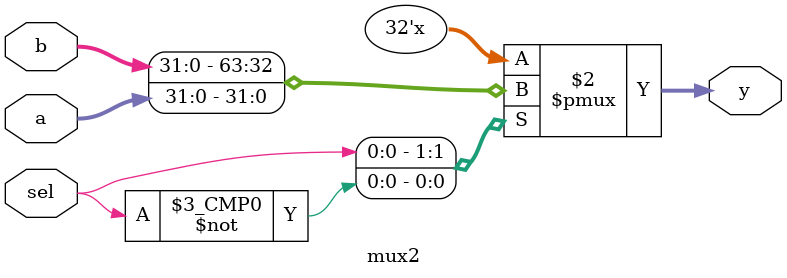
<source format=v>

module mux2( sel, a, b, y );
    parameter bitwidth=32;
    input sel;
    input  [bitwidth-1:0] a, b;
    output [bitwidth-1:0] y;
    reg [bitwidth-1:0] y ;
	
	always@( a or b or sel )
	begin
	  case(sel)
	    1'b1 : y = b ;
	    1'b0 : y = a ;
	    default y = a ;
	  endcase
	end  
	
    // assign y = (sel==1'b1) ? b : a; 
endmodule

</source>
